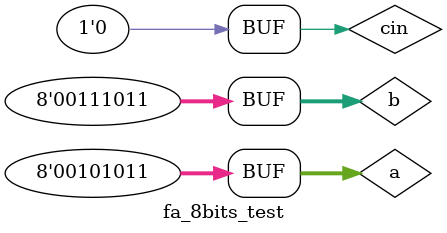
<source format=v>
`timescale 1ns / 1ps


module fa_8bits_test();
    reg     [7:0]   a, b;
    reg     cin;
    wire    [7:0]   o;
    wire    cout;
    
    fa_8bits uut(.i0(a), .i1(b), .cin(cin), .cout(cout), .sum(o));

    initial begin
        a = 8'd29;    b = 8'd5;     cin = 0;    #125;
        a = 8'd51;    b = 8'd92;    cin = 0;    #125;
        a = 8'd17;    b = 8'd28;    cin = 0;    #125;
        a = 8'd191;   b = 8'd2;     cin = 0;    #125;
        a = 8'd200;   b = 8'd95;    cin = 0;    #125;
        a = 8'd49;    b = 8'd25;    cin = 0;    #125;
        a = 8'd78;    b = 8'd255;   cin = 0;    #125;
        a = 8'd43;    b = 8'd59;    cin = 0;    #125;
    end
endmodule

</source>
